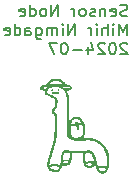
<source format=gbr>
%TF.GenerationSoftware,KiCad,Pcbnew,8.0.2*%
%TF.CreationDate,2024-07-16T14:47:51-07:00*%
%TF.ProjectId,sensor-node-rev-2s,73656e73-6f72-42d6-9e6f-64652d726576,rev?*%
%TF.SameCoordinates,Original*%
%TF.FileFunction,Legend,Bot*%
%TF.FilePolarity,Positive*%
%FSLAX46Y46*%
G04 Gerber Fmt 4.6, Leading zero omitted, Abs format (unit mm)*
G04 Created by KiCad (PCBNEW 8.0.2) date 2024-07-16 14:47:51*
%MOMM*%
%LPD*%
G01*
G04 APERTURE LIST*
%ADD10C,0.150000*%
%ADD11C,0.000000*%
G04 APERTURE END LIST*
D10*
X120360839Y-105302312D02*
X120217982Y-105349931D01*
X120217982Y-105349931D02*
X119979887Y-105349931D01*
X119979887Y-105349931D02*
X119884649Y-105302312D01*
X119884649Y-105302312D02*
X119837030Y-105254692D01*
X119837030Y-105254692D02*
X119789411Y-105159454D01*
X119789411Y-105159454D02*
X119789411Y-105064216D01*
X119789411Y-105064216D02*
X119837030Y-104968978D01*
X119837030Y-104968978D02*
X119884649Y-104921359D01*
X119884649Y-104921359D02*
X119979887Y-104873740D01*
X119979887Y-104873740D02*
X120170363Y-104826121D01*
X120170363Y-104826121D02*
X120265601Y-104778502D01*
X120265601Y-104778502D02*
X120313220Y-104730883D01*
X120313220Y-104730883D02*
X120360839Y-104635645D01*
X120360839Y-104635645D02*
X120360839Y-104540407D01*
X120360839Y-104540407D02*
X120313220Y-104445169D01*
X120313220Y-104445169D02*
X120265601Y-104397550D01*
X120265601Y-104397550D02*
X120170363Y-104349931D01*
X120170363Y-104349931D02*
X119932268Y-104349931D01*
X119932268Y-104349931D02*
X119789411Y-104397550D01*
X118979887Y-105302312D02*
X119075125Y-105349931D01*
X119075125Y-105349931D02*
X119265601Y-105349931D01*
X119265601Y-105349931D02*
X119360839Y-105302312D01*
X119360839Y-105302312D02*
X119408458Y-105207073D01*
X119408458Y-105207073D02*
X119408458Y-104826121D01*
X119408458Y-104826121D02*
X119360839Y-104730883D01*
X119360839Y-104730883D02*
X119265601Y-104683264D01*
X119265601Y-104683264D02*
X119075125Y-104683264D01*
X119075125Y-104683264D02*
X118979887Y-104730883D01*
X118979887Y-104730883D02*
X118932268Y-104826121D01*
X118932268Y-104826121D02*
X118932268Y-104921359D01*
X118932268Y-104921359D02*
X119408458Y-105016597D01*
X118503696Y-104683264D02*
X118503696Y-105349931D01*
X118503696Y-104778502D02*
X118456077Y-104730883D01*
X118456077Y-104730883D02*
X118360839Y-104683264D01*
X118360839Y-104683264D02*
X118217982Y-104683264D01*
X118217982Y-104683264D02*
X118122744Y-104730883D01*
X118122744Y-104730883D02*
X118075125Y-104826121D01*
X118075125Y-104826121D02*
X118075125Y-105349931D01*
X117646553Y-105302312D02*
X117551315Y-105349931D01*
X117551315Y-105349931D02*
X117360839Y-105349931D01*
X117360839Y-105349931D02*
X117265601Y-105302312D01*
X117265601Y-105302312D02*
X117217982Y-105207073D01*
X117217982Y-105207073D02*
X117217982Y-105159454D01*
X117217982Y-105159454D02*
X117265601Y-105064216D01*
X117265601Y-105064216D02*
X117360839Y-105016597D01*
X117360839Y-105016597D02*
X117503696Y-105016597D01*
X117503696Y-105016597D02*
X117598934Y-104968978D01*
X117598934Y-104968978D02*
X117646553Y-104873740D01*
X117646553Y-104873740D02*
X117646553Y-104826121D01*
X117646553Y-104826121D02*
X117598934Y-104730883D01*
X117598934Y-104730883D02*
X117503696Y-104683264D01*
X117503696Y-104683264D02*
X117360839Y-104683264D01*
X117360839Y-104683264D02*
X117265601Y-104730883D01*
X116646553Y-105349931D02*
X116741791Y-105302312D01*
X116741791Y-105302312D02*
X116789410Y-105254692D01*
X116789410Y-105254692D02*
X116837029Y-105159454D01*
X116837029Y-105159454D02*
X116837029Y-104873740D01*
X116837029Y-104873740D02*
X116789410Y-104778502D01*
X116789410Y-104778502D02*
X116741791Y-104730883D01*
X116741791Y-104730883D02*
X116646553Y-104683264D01*
X116646553Y-104683264D02*
X116503696Y-104683264D01*
X116503696Y-104683264D02*
X116408458Y-104730883D01*
X116408458Y-104730883D02*
X116360839Y-104778502D01*
X116360839Y-104778502D02*
X116313220Y-104873740D01*
X116313220Y-104873740D02*
X116313220Y-105159454D01*
X116313220Y-105159454D02*
X116360839Y-105254692D01*
X116360839Y-105254692D02*
X116408458Y-105302312D01*
X116408458Y-105302312D02*
X116503696Y-105349931D01*
X116503696Y-105349931D02*
X116646553Y-105349931D01*
X115884648Y-105349931D02*
X115884648Y-104683264D01*
X115884648Y-104873740D02*
X115837029Y-104778502D01*
X115837029Y-104778502D02*
X115789410Y-104730883D01*
X115789410Y-104730883D02*
X115694172Y-104683264D01*
X115694172Y-104683264D02*
X115598934Y-104683264D01*
X114503695Y-105349931D02*
X114503695Y-104349931D01*
X114503695Y-104349931D02*
X113932267Y-105349931D01*
X113932267Y-105349931D02*
X113932267Y-104349931D01*
X113313219Y-105349931D02*
X113408457Y-105302312D01*
X113408457Y-105302312D02*
X113456076Y-105254692D01*
X113456076Y-105254692D02*
X113503695Y-105159454D01*
X113503695Y-105159454D02*
X113503695Y-104873740D01*
X113503695Y-104873740D02*
X113456076Y-104778502D01*
X113456076Y-104778502D02*
X113408457Y-104730883D01*
X113408457Y-104730883D02*
X113313219Y-104683264D01*
X113313219Y-104683264D02*
X113170362Y-104683264D01*
X113170362Y-104683264D02*
X113075124Y-104730883D01*
X113075124Y-104730883D02*
X113027505Y-104778502D01*
X113027505Y-104778502D02*
X112979886Y-104873740D01*
X112979886Y-104873740D02*
X112979886Y-105159454D01*
X112979886Y-105159454D02*
X113027505Y-105254692D01*
X113027505Y-105254692D02*
X113075124Y-105302312D01*
X113075124Y-105302312D02*
X113170362Y-105349931D01*
X113170362Y-105349931D02*
X113313219Y-105349931D01*
X112122743Y-105349931D02*
X112122743Y-104349931D01*
X112122743Y-105302312D02*
X112217981Y-105349931D01*
X112217981Y-105349931D02*
X112408457Y-105349931D01*
X112408457Y-105349931D02*
X112503695Y-105302312D01*
X112503695Y-105302312D02*
X112551314Y-105254692D01*
X112551314Y-105254692D02*
X112598933Y-105159454D01*
X112598933Y-105159454D02*
X112598933Y-104873740D01*
X112598933Y-104873740D02*
X112551314Y-104778502D01*
X112551314Y-104778502D02*
X112503695Y-104730883D01*
X112503695Y-104730883D02*
X112408457Y-104683264D01*
X112408457Y-104683264D02*
X112217981Y-104683264D01*
X112217981Y-104683264D02*
X112122743Y-104730883D01*
X111265600Y-105302312D02*
X111360838Y-105349931D01*
X111360838Y-105349931D02*
X111551314Y-105349931D01*
X111551314Y-105349931D02*
X111646552Y-105302312D01*
X111646552Y-105302312D02*
X111694171Y-105207073D01*
X111694171Y-105207073D02*
X111694171Y-104826121D01*
X111694171Y-104826121D02*
X111646552Y-104730883D01*
X111646552Y-104730883D02*
X111551314Y-104683264D01*
X111551314Y-104683264D02*
X111360838Y-104683264D01*
X111360838Y-104683264D02*
X111265600Y-104730883D01*
X111265600Y-104730883D02*
X111217981Y-104826121D01*
X111217981Y-104826121D02*
X111217981Y-104921359D01*
X111217981Y-104921359D02*
X111694171Y-105016597D01*
X120313220Y-106959875D02*
X120313220Y-105959875D01*
X120313220Y-105959875D02*
X119979887Y-106674160D01*
X119979887Y-106674160D02*
X119646554Y-105959875D01*
X119646554Y-105959875D02*
X119646554Y-106959875D01*
X119170363Y-106959875D02*
X119170363Y-106293208D01*
X119170363Y-105959875D02*
X119217982Y-106007494D01*
X119217982Y-106007494D02*
X119170363Y-106055113D01*
X119170363Y-106055113D02*
X119122744Y-106007494D01*
X119122744Y-106007494D02*
X119170363Y-105959875D01*
X119170363Y-105959875D02*
X119170363Y-106055113D01*
X118694173Y-106959875D02*
X118694173Y-105959875D01*
X118265602Y-106959875D02*
X118265602Y-106436065D01*
X118265602Y-106436065D02*
X118313221Y-106340827D01*
X118313221Y-106340827D02*
X118408459Y-106293208D01*
X118408459Y-106293208D02*
X118551316Y-106293208D01*
X118551316Y-106293208D02*
X118646554Y-106340827D01*
X118646554Y-106340827D02*
X118694173Y-106388446D01*
X117789411Y-106959875D02*
X117789411Y-106293208D01*
X117789411Y-105959875D02*
X117837030Y-106007494D01*
X117837030Y-106007494D02*
X117789411Y-106055113D01*
X117789411Y-106055113D02*
X117741792Y-106007494D01*
X117741792Y-106007494D02*
X117789411Y-105959875D01*
X117789411Y-105959875D02*
X117789411Y-106055113D01*
X117313221Y-106959875D02*
X117313221Y-106293208D01*
X117313221Y-106483684D02*
X117265602Y-106388446D01*
X117265602Y-106388446D02*
X117217983Y-106340827D01*
X117217983Y-106340827D02*
X117122745Y-106293208D01*
X117122745Y-106293208D02*
X117027507Y-106293208D01*
X115932268Y-106959875D02*
X115932268Y-105959875D01*
X115932268Y-105959875D02*
X115360840Y-106959875D01*
X115360840Y-106959875D02*
X115360840Y-105959875D01*
X114884649Y-106959875D02*
X114884649Y-106293208D01*
X114884649Y-105959875D02*
X114932268Y-106007494D01*
X114932268Y-106007494D02*
X114884649Y-106055113D01*
X114884649Y-106055113D02*
X114837030Y-106007494D01*
X114837030Y-106007494D02*
X114884649Y-105959875D01*
X114884649Y-105959875D02*
X114884649Y-106055113D01*
X114408459Y-106959875D02*
X114408459Y-106293208D01*
X114408459Y-106388446D02*
X114360840Y-106340827D01*
X114360840Y-106340827D02*
X114265602Y-106293208D01*
X114265602Y-106293208D02*
X114122745Y-106293208D01*
X114122745Y-106293208D02*
X114027507Y-106340827D01*
X114027507Y-106340827D02*
X113979888Y-106436065D01*
X113979888Y-106436065D02*
X113979888Y-106959875D01*
X113979888Y-106436065D02*
X113932269Y-106340827D01*
X113932269Y-106340827D02*
X113837031Y-106293208D01*
X113837031Y-106293208D02*
X113694174Y-106293208D01*
X113694174Y-106293208D02*
X113598935Y-106340827D01*
X113598935Y-106340827D02*
X113551316Y-106436065D01*
X113551316Y-106436065D02*
X113551316Y-106959875D01*
X112646555Y-106293208D02*
X112646555Y-107102732D01*
X112646555Y-107102732D02*
X112694174Y-107197970D01*
X112694174Y-107197970D02*
X112741793Y-107245589D01*
X112741793Y-107245589D02*
X112837031Y-107293208D01*
X112837031Y-107293208D02*
X112979888Y-107293208D01*
X112979888Y-107293208D02*
X113075126Y-107245589D01*
X112646555Y-106912256D02*
X112741793Y-106959875D01*
X112741793Y-106959875D02*
X112932269Y-106959875D01*
X112932269Y-106959875D02*
X113027507Y-106912256D01*
X113027507Y-106912256D02*
X113075126Y-106864636D01*
X113075126Y-106864636D02*
X113122745Y-106769398D01*
X113122745Y-106769398D02*
X113122745Y-106483684D01*
X113122745Y-106483684D02*
X113075126Y-106388446D01*
X113075126Y-106388446D02*
X113027507Y-106340827D01*
X113027507Y-106340827D02*
X112932269Y-106293208D01*
X112932269Y-106293208D02*
X112741793Y-106293208D01*
X112741793Y-106293208D02*
X112646555Y-106340827D01*
X111741793Y-106959875D02*
X111741793Y-106436065D01*
X111741793Y-106436065D02*
X111789412Y-106340827D01*
X111789412Y-106340827D02*
X111884650Y-106293208D01*
X111884650Y-106293208D02*
X112075126Y-106293208D01*
X112075126Y-106293208D02*
X112170364Y-106340827D01*
X111741793Y-106912256D02*
X111837031Y-106959875D01*
X111837031Y-106959875D02*
X112075126Y-106959875D01*
X112075126Y-106959875D02*
X112170364Y-106912256D01*
X112170364Y-106912256D02*
X112217983Y-106817017D01*
X112217983Y-106817017D02*
X112217983Y-106721779D01*
X112217983Y-106721779D02*
X112170364Y-106626541D01*
X112170364Y-106626541D02*
X112075126Y-106578922D01*
X112075126Y-106578922D02*
X111837031Y-106578922D01*
X111837031Y-106578922D02*
X111741793Y-106531303D01*
X110837031Y-106959875D02*
X110837031Y-105959875D01*
X110837031Y-106912256D02*
X110932269Y-106959875D01*
X110932269Y-106959875D02*
X111122745Y-106959875D01*
X111122745Y-106959875D02*
X111217983Y-106912256D01*
X111217983Y-106912256D02*
X111265602Y-106864636D01*
X111265602Y-106864636D02*
X111313221Y-106769398D01*
X111313221Y-106769398D02*
X111313221Y-106483684D01*
X111313221Y-106483684D02*
X111265602Y-106388446D01*
X111265602Y-106388446D02*
X111217983Y-106340827D01*
X111217983Y-106340827D02*
X111122745Y-106293208D01*
X111122745Y-106293208D02*
X110932269Y-106293208D01*
X110932269Y-106293208D02*
X110837031Y-106340827D01*
X109979888Y-106912256D02*
X110075126Y-106959875D01*
X110075126Y-106959875D02*
X110265602Y-106959875D01*
X110265602Y-106959875D02*
X110360840Y-106912256D01*
X110360840Y-106912256D02*
X110408459Y-106817017D01*
X110408459Y-106817017D02*
X110408459Y-106436065D01*
X110408459Y-106436065D02*
X110360840Y-106340827D01*
X110360840Y-106340827D02*
X110265602Y-106293208D01*
X110265602Y-106293208D02*
X110075126Y-106293208D01*
X110075126Y-106293208D02*
X109979888Y-106340827D01*
X109979888Y-106340827D02*
X109932269Y-106436065D01*
X109932269Y-106436065D02*
X109932269Y-106531303D01*
X109932269Y-106531303D02*
X110408459Y-106626541D01*
X120360839Y-107665057D02*
X120313220Y-107617438D01*
X120313220Y-107617438D02*
X120217982Y-107569819D01*
X120217982Y-107569819D02*
X119979887Y-107569819D01*
X119979887Y-107569819D02*
X119884649Y-107617438D01*
X119884649Y-107617438D02*
X119837030Y-107665057D01*
X119837030Y-107665057D02*
X119789411Y-107760295D01*
X119789411Y-107760295D02*
X119789411Y-107855533D01*
X119789411Y-107855533D02*
X119837030Y-107998390D01*
X119837030Y-107998390D02*
X120408458Y-108569819D01*
X120408458Y-108569819D02*
X119789411Y-108569819D01*
X119170363Y-107569819D02*
X119075125Y-107569819D01*
X119075125Y-107569819D02*
X118979887Y-107617438D01*
X118979887Y-107617438D02*
X118932268Y-107665057D01*
X118932268Y-107665057D02*
X118884649Y-107760295D01*
X118884649Y-107760295D02*
X118837030Y-107950771D01*
X118837030Y-107950771D02*
X118837030Y-108188866D01*
X118837030Y-108188866D02*
X118884649Y-108379342D01*
X118884649Y-108379342D02*
X118932268Y-108474580D01*
X118932268Y-108474580D02*
X118979887Y-108522200D01*
X118979887Y-108522200D02*
X119075125Y-108569819D01*
X119075125Y-108569819D02*
X119170363Y-108569819D01*
X119170363Y-108569819D02*
X119265601Y-108522200D01*
X119265601Y-108522200D02*
X119313220Y-108474580D01*
X119313220Y-108474580D02*
X119360839Y-108379342D01*
X119360839Y-108379342D02*
X119408458Y-108188866D01*
X119408458Y-108188866D02*
X119408458Y-107950771D01*
X119408458Y-107950771D02*
X119360839Y-107760295D01*
X119360839Y-107760295D02*
X119313220Y-107665057D01*
X119313220Y-107665057D02*
X119265601Y-107617438D01*
X119265601Y-107617438D02*
X119170363Y-107569819D01*
X118456077Y-107665057D02*
X118408458Y-107617438D01*
X118408458Y-107617438D02*
X118313220Y-107569819D01*
X118313220Y-107569819D02*
X118075125Y-107569819D01*
X118075125Y-107569819D02*
X117979887Y-107617438D01*
X117979887Y-107617438D02*
X117932268Y-107665057D01*
X117932268Y-107665057D02*
X117884649Y-107760295D01*
X117884649Y-107760295D02*
X117884649Y-107855533D01*
X117884649Y-107855533D02*
X117932268Y-107998390D01*
X117932268Y-107998390D02*
X118503696Y-108569819D01*
X118503696Y-108569819D02*
X117884649Y-108569819D01*
X117027506Y-107903152D02*
X117027506Y-108569819D01*
X117265601Y-107522200D02*
X117503696Y-108236485D01*
X117503696Y-108236485D02*
X116884649Y-108236485D01*
X116503696Y-108188866D02*
X115741792Y-108188866D01*
X115075125Y-107569819D02*
X114979887Y-107569819D01*
X114979887Y-107569819D02*
X114884649Y-107617438D01*
X114884649Y-107617438D02*
X114837030Y-107665057D01*
X114837030Y-107665057D02*
X114789411Y-107760295D01*
X114789411Y-107760295D02*
X114741792Y-107950771D01*
X114741792Y-107950771D02*
X114741792Y-108188866D01*
X114741792Y-108188866D02*
X114789411Y-108379342D01*
X114789411Y-108379342D02*
X114837030Y-108474580D01*
X114837030Y-108474580D02*
X114884649Y-108522200D01*
X114884649Y-108522200D02*
X114979887Y-108569819D01*
X114979887Y-108569819D02*
X115075125Y-108569819D01*
X115075125Y-108569819D02*
X115170363Y-108522200D01*
X115170363Y-108522200D02*
X115217982Y-108474580D01*
X115217982Y-108474580D02*
X115265601Y-108379342D01*
X115265601Y-108379342D02*
X115313220Y-108188866D01*
X115313220Y-108188866D02*
X115313220Y-107950771D01*
X115313220Y-107950771D02*
X115265601Y-107760295D01*
X115265601Y-107760295D02*
X115217982Y-107665057D01*
X115217982Y-107665057D02*
X115170363Y-107617438D01*
X115170363Y-107617438D02*
X115075125Y-107569819D01*
X114408458Y-107569819D02*
X113741792Y-107569819D01*
X113741792Y-107569819D02*
X114170363Y-108569819D01*
D11*
%TO.C,G\u002A\u002A\u002A*%
G36*
X114060056Y-111527237D02*
G01*
X114073644Y-111566385D01*
X114055986Y-111611229D01*
X114029327Y-111632047D01*
X113983983Y-111632000D01*
X113943080Y-111594560D01*
X113932114Y-111559385D01*
X113955055Y-111522814D01*
X113982912Y-111504377D01*
X114026164Y-111503373D01*
X114060056Y-111527237D01*
G37*
G36*
X114568685Y-111501780D02*
G01*
X114597487Y-111536922D01*
X114600752Y-111567173D01*
X114585728Y-111611067D01*
X114568630Y-111627003D01*
X114533611Y-111641827D01*
X114497263Y-111627433D01*
X114470677Y-111586748D01*
X114469735Y-111536922D01*
X114485039Y-111511819D01*
X114525164Y-111493412D01*
X114568685Y-111501780D01*
G37*
G36*
X114068699Y-111740497D02*
G01*
X114160325Y-111760641D01*
X114220100Y-111775162D01*
X114289626Y-111786769D01*
X114345857Y-111786023D01*
X114405041Y-111773799D01*
X114457920Y-111761902D01*
X114522153Y-111759898D01*
X114555526Y-111782180D01*
X114561237Y-111829896D01*
X114550493Y-111865989D01*
X114520306Y-111890677D01*
X114459466Y-111911381D01*
X114435331Y-111917184D01*
X114339070Y-111928635D01*
X114238216Y-111925946D01*
X114142111Y-111911034D01*
X114060100Y-111885818D01*
X114001524Y-111852213D01*
X113975729Y-111812136D01*
X113973647Y-111791712D01*
X113980909Y-111754484D01*
X114010744Y-111737928D01*
X114068699Y-111740497D01*
G37*
G36*
X115163568Y-111074318D02*
G01*
X115164852Y-111076272D01*
X115193831Y-111090036D01*
X115251990Y-111106419D01*
X115328554Y-111122285D01*
X115371089Y-111130059D01*
X115474718Y-111152554D01*
X115548503Y-111176357D01*
X115601747Y-111205001D01*
X115643754Y-111242022D01*
X115676129Y-111294792D01*
X115685460Y-111380070D01*
X115683343Y-111387959D01*
X115658049Y-111482218D01*
X115638236Y-111519557D01*
X115584205Y-111572826D01*
X115501946Y-111609010D01*
X115384989Y-111631651D01*
X115337639Y-111638910D01*
X115285333Y-111653817D01*
X115272596Y-111670907D01*
X115304458Y-111743730D01*
X115339402Y-111829870D01*
X115368608Y-111913003D01*
X115392610Y-111997668D01*
X115411944Y-112088400D01*
X115427144Y-112189737D01*
X115438743Y-112306217D01*
X115447276Y-112442377D01*
X115453278Y-112602754D01*
X115457282Y-112791886D01*
X115459823Y-113014310D01*
X115461436Y-113274564D01*
X115462315Y-113452177D01*
X115463447Y-113640234D01*
X115464760Y-113792061D01*
X115466415Y-113911075D01*
X115468574Y-114000697D01*
X115471401Y-114064346D01*
X115475057Y-114105441D01*
X115479705Y-114127401D01*
X115485507Y-114133645D01*
X115492625Y-114127594D01*
X115501222Y-114112665D01*
X115512097Y-114092945D01*
X115582174Y-114001224D01*
X115669685Y-113927633D01*
X115761403Y-113883804D01*
X115801383Y-113874934D01*
X115896777Y-113863476D01*
X116007262Y-113858637D01*
X116118604Y-113860417D01*
X116216567Y-113868813D01*
X116286916Y-113883827D01*
X116334997Y-113904132D01*
X116451256Y-113979189D01*
X116556049Y-114081869D01*
X116638004Y-114201870D01*
X116684093Y-114307741D01*
X116708390Y-114363554D01*
X116764622Y-114555777D01*
X116801752Y-114761679D01*
X116816632Y-114967765D01*
X116816321Y-114979808D01*
X116812697Y-115120187D01*
X116789204Y-115282877D01*
X116743406Y-115416240D01*
X116673559Y-115524998D01*
X116577919Y-115613872D01*
X116510892Y-115663322D01*
X116878048Y-115651948D01*
X117156864Y-115652069D01*
X117406995Y-115672276D01*
X117628436Y-115714279D01*
X117825888Y-115779639D01*
X118004053Y-115869920D01*
X118167634Y-115986683D01*
X118321331Y-116131490D01*
X118436378Y-116265549D01*
X118584642Y-116488747D01*
X118699112Y-116734356D01*
X118780274Y-117003758D01*
X118828615Y-117298336D01*
X118844620Y-117619473D01*
X118843660Y-117644974D01*
X118836225Y-117842376D01*
X118805671Y-118069798D01*
X118761822Y-118231087D01*
X118753029Y-118263428D01*
X118678584Y-118422508D01*
X118582617Y-118546279D01*
X118465414Y-118633985D01*
X118432758Y-118648837D01*
X118327070Y-118672104D01*
X118208965Y-118671201D01*
X118094013Y-118647219D01*
X117997783Y-118601247D01*
X117931022Y-118546247D01*
X117843602Y-118439839D01*
X117767017Y-118299611D01*
X117726238Y-118193244D01*
X117935620Y-118193244D01*
X117975086Y-118269954D01*
X117978889Y-118277091D01*
X118024831Y-118346055D01*
X118078434Y-118407342D01*
X118116675Y-118437279D01*
X118207084Y-118474319D01*
X118303011Y-118477534D01*
X118391377Y-118445337D01*
X118423265Y-118421007D01*
X118471337Y-118370700D01*
X118511719Y-118314635D01*
X118536565Y-118264277D01*
X118538026Y-118231087D01*
X118537064Y-118229721D01*
X118505167Y-118209770D01*
X118446027Y-118187463D01*
X118373185Y-118166702D01*
X118300181Y-118151385D01*
X118240555Y-118145413D01*
X118207916Y-118147073D01*
X118134294Y-118155737D01*
X118054704Y-118169329D01*
X117935620Y-118193244D01*
X117726238Y-118193244D01*
X117698726Y-118121483D01*
X117630304Y-117912572D01*
X117581293Y-117984698D01*
X117558792Y-118012857D01*
X117478697Y-118079440D01*
X117375680Y-118135209D01*
X117263616Y-118173534D01*
X117156379Y-118187782D01*
X117147868Y-118187684D01*
X117022704Y-118166923D01*
X116898604Y-118114748D01*
X116792390Y-118038079D01*
X116787086Y-118032935D01*
X116722144Y-117942271D01*
X116679443Y-117830850D01*
X116906708Y-117830850D01*
X116907644Y-117866539D01*
X116947890Y-117909001D01*
X117025804Y-117956303D01*
X117041685Y-117963956D01*
X117104612Y-117987435D01*
X117154327Y-117996658D01*
X117213083Y-117985472D01*
X117286644Y-117957349D01*
X117355560Y-117920709D01*
X117401382Y-117883969D01*
X117405028Y-117879439D01*
X117415244Y-117856825D01*
X117398654Y-117838141D01*
X117348594Y-117814633D01*
X117344021Y-117812821D01*
X117280954Y-117797988D01*
X117197813Y-117790115D01*
X117107010Y-117788956D01*
X117020954Y-117794263D01*
X116952057Y-117805791D01*
X116912729Y-117823292D01*
X116906708Y-117830850D01*
X116679443Y-117830850D01*
X116673493Y-117815324D01*
X116640977Y-117651322D01*
X116624438Y-117449496D01*
X116624205Y-117371519D01*
X116816280Y-117371519D01*
X116821221Y-117481799D01*
X116827788Y-117555939D01*
X116835338Y-117613924D01*
X116845008Y-117643568D01*
X116859580Y-117652518D01*
X116881837Y-117648424D01*
X116920517Y-117639815D01*
X117002766Y-117629467D01*
X117100168Y-117623018D01*
X117198448Y-117620974D01*
X117283328Y-117623843D01*
X117340533Y-117632132D01*
X117346108Y-117633756D01*
X117405822Y-117652365D01*
X117449608Y-117667913D01*
X117475524Y-117674235D01*
X117493546Y-117661846D01*
X117506550Y-117622489D01*
X117518960Y-117548550D01*
X117519332Y-117545845D01*
X117517897Y-117458925D01*
X117497781Y-117351333D01*
X117463276Y-117237349D01*
X117418675Y-117131252D01*
X117368271Y-117047321D01*
X117352291Y-117026980D01*
X117287760Y-116961061D01*
X117217293Y-116921191D01*
X117129297Y-116902587D01*
X117012176Y-116900468D01*
X116983082Y-116901440D01*
X116842702Y-116906130D01*
X116824455Y-117103846D01*
X116822797Y-117123337D01*
X116816876Y-117243839D01*
X116816280Y-117371519D01*
X116624205Y-117371519D01*
X116623720Y-117209073D01*
X116631748Y-116916723D01*
X116159952Y-116916723D01*
X115688156Y-116916723D01*
X115687737Y-117080901D01*
X115684575Y-117197985D01*
X115666308Y-117387195D01*
X115633059Y-117554809D01*
X115598129Y-117658991D01*
X115586272Y-117694356D01*
X115527392Y-117799367D01*
X115499944Y-117829935D01*
X115417965Y-117892311D01*
X115315880Y-117945754D01*
X115208776Y-117983084D01*
X115111744Y-117997123D01*
X115081885Y-117996008D01*
X115006663Y-117985192D01*
X114949127Y-117966599D01*
X114890100Y-117936075D01*
X114852845Y-118056632D01*
X114819527Y-118140200D01*
X114788983Y-118216812D01*
X114704978Y-118348851D01*
X114604351Y-118446303D01*
X114489586Y-118506093D01*
X114489264Y-118506199D01*
X114418389Y-118518720D01*
X114320731Y-118522213D01*
X114210667Y-118517316D01*
X114102577Y-118504665D01*
X114010839Y-118484897D01*
X113963983Y-118468104D01*
X113849445Y-118404847D01*
X113745021Y-118319083D01*
X113666814Y-118223068D01*
X113660643Y-118212928D01*
X113630715Y-118156694D01*
X113618831Y-118120999D01*
X113837928Y-118120999D01*
X113855563Y-118152804D01*
X113874344Y-118176249D01*
X113945680Y-118231533D01*
X114044071Y-118278882D01*
X114158632Y-118312559D01*
X114165771Y-118314033D01*
X114301711Y-118331493D01*
X114409732Y-118321358D01*
X114494902Y-118282381D01*
X114562289Y-118213317D01*
X114589921Y-118173278D01*
X114603550Y-118140200D01*
X114588833Y-118117706D01*
X114543676Y-118092180D01*
X114540800Y-118090704D01*
X114415887Y-118046079D01*
X114270414Y-118030105D01*
X114100789Y-118042738D01*
X113903417Y-118083929D01*
X113884233Y-118089025D01*
X113845105Y-118103164D01*
X113837928Y-118120999D01*
X113618831Y-118120999D01*
X113612135Y-118100888D01*
X113601358Y-118031245D01*
X113594839Y-117933503D01*
X113593857Y-117909828D01*
X113593601Y-117814831D01*
X113600596Y-117720275D01*
X113616295Y-117619547D01*
X113642154Y-117506033D01*
X113679629Y-117373121D01*
X113730173Y-117214195D01*
X113795243Y-117022644D01*
X113807070Y-116988321D01*
X113939704Y-116567288D01*
X114045472Y-116154125D01*
X114129135Y-115730401D01*
X114155836Y-115566039D01*
X114197401Y-115268452D01*
X114228813Y-114982068D01*
X114249931Y-114711127D01*
X114260612Y-114459867D01*
X114260714Y-114232528D01*
X114250095Y-114033347D01*
X114228611Y-113866565D01*
X114196120Y-113736418D01*
X114192451Y-113726606D01*
X114149603Y-113651361D01*
X114091844Y-113587822D01*
X114033536Y-113526663D01*
X113987122Y-113431126D01*
X113979014Y-113326714D01*
X114009373Y-113219084D01*
X114078359Y-113113893D01*
X114139411Y-113033696D01*
X114205947Y-112903287D01*
X114244232Y-112754020D01*
X114257094Y-112577404D01*
X114257381Y-112525093D01*
X114255484Y-112455000D01*
X114246091Y-112401952D01*
X114223981Y-112360280D01*
X114183932Y-112324316D01*
X114120724Y-112288391D01*
X114029134Y-112246837D01*
X113903943Y-112193984D01*
X113877107Y-112182614D01*
X113711431Y-112106672D01*
X113583185Y-112035382D01*
X113488748Y-111965618D01*
X113424503Y-111894249D01*
X113386831Y-111818148D01*
X113372520Y-111736501D01*
X113576524Y-111736501D01*
X113610526Y-111804763D01*
X113685629Y-111868794D01*
X113732606Y-111894937D01*
X113808724Y-111932137D01*
X113903131Y-111975234D01*
X114005260Y-112019253D01*
X114155862Y-112085762D01*
X114270485Y-112146789D01*
X114353649Y-112207821D01*
X114410069Y-112274425D01*
X114444460Y-112352169D01*
X114461536Y-112446620D01*
X114466012Y-112563345D01*
X114455089Y-112715072D01*
X114423502Y-112870940D01*
X114374686Y-113015288D01*
X114312081Y-113138022D01*
X114239127Y-113229048D01*
X114215102Y-113255224D01*
X114184948Y-113323243D01*
X114196165Y-113392165D01*
X114248552Y-113457119D01*
X114294947Y-113501497D01*
X114342018Y-113564461D01*
X114378994Y-113641109D01*
X114406881Y-113736187D01*
X114426687Y-113854446D01*
X114439419Y-114000633D01*
X114446084Y-114179498D01*
X114447690Y-114395789D01*
X114436530Y-114797198D01*
X114385449Y-115374041D01*
X114293817Y-115947676D01*
X114162499Y-116513026D01*
X113992362Y-117065013D01*
X113969101Y-117132451D01*
X113900996Y-117339055D01*
X113847784Y-117516094D01*
X113809789Y-117662018D01*
X113787338Y-117775274D01*
X113780756Y-117854310D01*
X113790368Y-117897574D01*
X113816500Y-117903514D01*
X113828025Y-117899985D01*
X113878687Y-117888252D01*
X113954334Y-117873125D01*
X114043351Y-117856989D01*
X114117405Y-117845766D01*
X114282877Y-117835567D01*
X114430671Y-117851390D01*
X114572656Y-117894066D01*
X114613395Y-117909472D01*
X114661454Y-117925389D01*
X114682564Y-117929050D01*
X114684369Y-117925635D01*
X114692162Y-117889551D01*
X114701310Y-117823536D01*
X114710888Y-117737253D01*
X114714470Y-117699031D01*
X114904337Y-117699031D01*
X114907624Y-117706750D01*
X114937440Y-117733268D01*
X114988230Y-117763665D01*
X114998294Y-117768744D01*
X115063599Y-117796221D01*
X115118862Y-117802975D01*
X115179346Y-117788329D01*
X115260311Y-117751608D01*
X115299640Y-117730587D01*
X115354271Y-117690773D01*
X115367633Y-117658991D01*
X115340032Y-117635666D01*
X115271774Y-117621225D01*
X115163164Y-117616094D01*
X115124231Y-117617568D01*
X115044696Y-117628989D01*
X114974127Y-117648747D01*
X114923636Y-117673282D01*
X114904337Y-117699031D01*
X114714470Y-117699031D01*
X114719968Y-117640371D01*
X114727623Y-117542554D01*
X114732926Y-117453467D01*
X114734694Y-117391752D01*
X114925685Y-117391752D01*
X114926666Y-117460272D01*
X114932367Y-117495473D01*
X114946602Y-117506277D01*
X114973186Y-117501602D01*
X114998380Y-117495961D01*
X115062439Y-117485353D01*
X115137364Y-117475836D01*
X115219079Y-117472512D01*
X115344143Y-117494782D01*
X115371177Y-117503404D01*
X115420075Y-117513986D01*
X115443622Y-117511364D01*
X115449240Y-117493979D01*
X115459081Y-117440030D01*
X115469772Y-117361830D01*
X115480136Y-117270096D01*
X115488997Y-117175544D01*
X115495176Y-117088891D01*
X115497498Y-117020855D01*
X115497498Y-116901440D01*
X115386280Y-116888081D01*
X115310410Y-116880320D01*
X115188753Y-116875278D01*
X115098456Y-116882552D01*
X115044166Y-116901953D01*
X115018702Y-116938794D01*
X114992078Y-117007482D01*
X114966924Y-117097476D01*
X114945781Y-117198301D01*
X114931188Y-117299482D01*
X114925686Y-117390545D01*
X114925685Y-117391752D01*
X114734694Y-117391752D01*
X114734951Y-117382778D01*
X114735992Y-117339327D01*
X114747545Y-117214961D01*
X114769725Y-117087171D01*
X114799829Y-116967406D01*
X114835156Y-116867114D01*
X114873006Y-116797741D01*
X114905565Y-116759537D01*
X114941587Y-116730225D01*
X114986374Y-116709379D01*
X115045497Y-116696220D01*
X115124529Y-116689967D01*
X115229043Y-116689842D01*
X115364612Y-116695064D01*
X115536807Y-116704853D01*
X115696286Y-116713243D01*
X115972517Y-116721587D01*
X116273110Y-116723204D01*
X116606817Y-116718204D01*
X117224022Y-116703748D01*
X117335831Y-116759465D01*
X117348077Y-116765763D01*
X117434175Y-116823734D01*
X117509011Y-116902345D01*
X117574939Y-117005940D01*
X117634318Y-117138864D01*
X117689502Y-117305463D01*
X117742848Y-117510083D01*
X117751312Y-117545845D01*
X117770531Y-117627053D01*
X117802189Y-117759059D01*
X117826792Y-117856825D01*
X117827026Y-117857755D01*
X117846771Y-117927760D01*
X117863153Y-117973695D01*
X117877902Y-118000179D01*
X117892746Y-118011832D01*
X117909416Y-118013274D01*
X117929639Y-118009126D01*
X117946773Y-118005884D01*
X118008249Y-117998094D01*
X118092959Y-117990180D01*
X118187906Y-117983436D01*
X118203547Y-117982524D01*
X118303212Y-117978792D01*
X118376418Y-117981798D01*
X118436955Y-117992868D01*
X118498612Y-118013329D01*
X118608066Y-118055265D01*
X118621165Y-118010306D01*
X118630036Y-117965966D01*
X118639293Y-117878183D01*
X118645487Y-117767502D01*
X118648394Y-117644974D01*
X118647792Y-117521652D01*
X118643457Y-117408589D01*
X118635166Y-117316836D01*
X118629551Y-117276596D01*
X118580284Y-117020385D01*
X118510261Y-116795259D01*
X118416471Y-116594595D01*
X118295901Y-116411766D01*
X118145538Y-116240150D01*
X118014584Y-116121172D01*
X117877592Y-116027820D01*
X117724250Y-115955317D01*
X117541784Y-115896389D01*
X117500373Y-115885569D01*
X117440189Y-115872299D01*
X117379035Y-115863189D01*
X117308636Y-115857683D01*
X117220717Y-115855224D01*
X117107002Y-115855256D01*
X116959216Y-115857223D01*
X116781606Y-115860045D01*
X116558967Y-115863084D01*
X116371644Y-115864682D01*
X116215480Y-115864576D01*
X116086319Y-115862506D01*
X115980007Y-115858209D01*
X115892388Y-115851425D01*
X115819305Y-115841891D01*
X115756604Y-115829347D01*
X115700129Y-115813531D01*
X115645723Y-115794182D01*
X115589233Y-115771038D01*
X115548927Y-115751285D01*
X115443653Y-115678767D01*
X115348374Y-115586303D01*
X115278824Y-115488226D01*
X115270388Y-115472057D01*
X115255524Y-115438125D01*
X115245670Y-115400917D01*
X115240172Y-115352621D01*
X115238377Y-115285426D01*
X115239633Y-115191521D01*
X115243286Y-115063095D01*
X115244438Y-115018904D01*
X115246354Y-114911425D01*
X115248121Y-114769797D01*
X115249236Y-114649745D01*
X115571643Y-114649745D01*
X115572977Y-114867012D01*
X115573784Y-114919218D01*
X115588873Y-115131821D01*
X115622405Y-115311231D01*
X115673915Y-115454756D01*
X115691500Y-115489056D01*
X115723203Y-115532688D01*
X115766548Y-115560947D01*
X115836447Y-115585864D01*
X115907936Y-115605380D01*
X116034439Y-115621993D01*
X116151213Y-115608308D01*
X116272203Y-115563615D01*
X116341576Y-115528417D01*
X116453523Y-115454442D01*
X116533033Y-115369814D01*
X116584408Y-115267313D01*
X116611947Y-115139718D01*
X116619953Y-114979808D01*
X116619166Y-114943803D01*
X116612101Y-114847054D01*
X116599298Y-114744535D01*
X116582704Y-114648267D01*
X116564264Y-114570274D01*
X116545925Y-114522577D01*
X116545548Y-114522093D01*
X116519651Y-114519547D01*
X116464949Y-114527129D01*
X116392702Y-114543314D01*
X116314247Y-114566583D01*
X116268248Y-114588731D01*
X116257525Y-114609870D01*
X116257804Y-114610969D01*
X116263276Y-114648036D01*
X116269862Y-114713168D01*
X116276199Y-114792995D01*
X116280798Y-114869226D01*
X116277851Y-114920422D01*
X116260376Y-114943276D01*
X116222127Y-114945134D01*
X116156860Y-114933341D01*
X116114856Y-114920942D01*
X116094822Y-114895639D01*
X116090540Y-114843307D01*
X116087977Y-114796328D01*
X116077587Y-114728473D01*
X116062110Y-114668391D01*
X116044692Y-114627539D01*
X116028480Y-114617374D01*
X116012877Y-114621151D01*
X115961422Y-114627266D01*
X115884311Y-114633503D01*
X115791302Y-114638973D01*
X115571643Y-114649745D01*
X115249236Y-114649745D01*
X115249705Y-114599244D01*
X115251067Y-114405546D01*
X115613370Y-114405546D01*
X115615627Y-114440771D01*
X115621463Y-114446363D01*
X115646088Y-114453225D01*
X115693699Y-114455037D01*
X115770666Y-114451872D01*
X115883356Y-114443801D01*
X115926709Y-114439879D01*
X115964363Y-114431178D01*
X115975969Y-114412572D01*
X115971356Y-114376551D01*
X115970229Y-114370697D01*
X115969038Y-114333218D01*
X115989467Y-114308477D01*
X116040961Y-114283900D01*
X116122435Y-114250596D01*
X116154212Y-114323271D01*
X116160176Y-114336019D01*
X116186010Y-114375917D01*
X116207172Y-114387976D01*
X116227842Y-114381976D01*
X116280850Y-114368777D01*
X116350166Y-114352750D01*
X116404100Y-114338835D01*
X116453088Y-114321433D01*
X116471976Y-114307741D01*
X116469989Y-114298979D01*
X116445183Y-114260506D01*
X116399931Y-114209997D01*
X116344310Y-114157252D01*
X116288394Y-114112074D01*
X116242258Y-114084263D01*
X116240045Y-114083356D01*
X116163962Y-114064509D01*
X116063068Y-114055247D01*
X115953359Y-114056230D01*
X115850833Y-114068117D01*
X115791820Y-114088789D01*
X115720336Y-114144961D01*
X115714670Y-114152096D01*
X115681990Y-114206366D01*
X115651149Y-114275356D01*
X115626743Y-114346078D01*
X115613370Y-114405546D01*
X115251067Y-114405546D01*
X115251071Y-114404990D01*
X115252185Y-114192260D01*
X115253011Y-113966278D01*
X115253516Y-113732268D01*
X115253664Y-113495455D01*
X115253630Y-113387483D01*
X115253368Y-113138721D01*
X115252783Y-112927318D01*
X115251780Y-112749673D01*
X115250265Y-112602184D01*
X115248143Y-112481249D01*
X115245320Y-112383264D01*
X115241702Y-112304627D01*
X115237194Y-112241737D01*
X115231702Y-112190991D01*
X115225130Y-112148786D01*
X115217386Y-112111520D01*
X115162177Y-111924921D01*
X115077007Y-111744108D01*
X114967556Y-111597767D01*
X114832917Y-111485163D01*
X114672184Y-111405560D01*
X114484449Y-111358223D01*
X114268807Y-111342418D01*
X114103109Y-111350462D01*
X113936451Y-111382050D01*
X113798979Y-111438576D01*
X113687208Y-111521109D01*
X113631851Y-111580801D01*
X113583630Y-111662387D01*
X113576524Y-111736501D01*
X113372520Y-111736501D01*
X113372114Y-111734186D01*
X113369135Y-111702931D01*
X113353094Y-111666643D01*
X113315513Y-111650837D01*
X113302695Y-111648242D01*
X113159286Y-111610965D01*
X113055297Y-111566012D01*
X112988479Y-111512430D01*
X112979187Y-111500849D01*
X112947402Y-111450757D01*
X112934946Y-111412470D01*
X112936389Y-111403588D01*
X113177815Y-111403588D01*
X113230775Y-111424304D01*
X113237902Y-111426938D01*
X113298749Y-111444039D01*
X113368473Y-111457762D01*
X113406651Y-111462104D01*
X113448208Y-111457419D01*
X113488391Y-111434354D01*
X113542424Y-111386691D01*
X113584580Y-111346154D01*
X113608832Y-111317760D01*
X113607064Y-111305511D01*
X113593662Y-111304081D01*
X114927696Y-111304081D01*
X114942360Y-111317760D01*
X114953985Y-111328604D01*
X115010994Y-111371727D01*
X115041863Y-111393986D01*
X115101521Y-111429763D01*
X115154472Y-111445591D01*
X115217873Y-111447778D01*
X115296635Y-111444029D01*
X115386430Y-111434762D01*
X115444002Y-111420230D01*
X115475414Y-111399291D01*
X115482701Y-111387959D01*
X115475904Y-111367836D01*
X115433170Y-111348151D01*
X115376590Y-111333226D01*
X115291552Y-111317176D01*
X115193767Y-111302564D01*
X115096792Y-111291189D01*
X115014185Y-111284847D01*
X114959500Y-111285338D01*
X114952611Y-111286227D01*
X114928460Y-111292006D01*
X114927696Y-111304081D01*
X113593662Y-111304081D01*
X113582388Y-111302878D01*
X113515765Y-111308255D01*
X113421090Y-111324643D01*
X113325323Y-111347814D01*
X113248896Y-111373445D01*
X113177815Y-111403588D01*
X112936389Y-111403588D01*
X112941509Y-111372071D01*
X112984919Y-111300361D01*
X113067167Y-111236994D01*
X113186243Y-111183319D01*
X113340136Y-111140683D01*
X113410939Y-111125015D01*
X113465814Y-111109034D01*
X113498305Y-111089752D01*
X113513749Y-111067732D01*
X113739199Y-111067732D01*
X113745099Y-111079547D01*
X113776272Y-111086269D01*
X113802781Y-111084745D01*
X113866838Y-111082485D01*
X113961702Y-111079757D01*
X114081345Y-111076724D01*
X114219739Y-111073544D01*
X114370857Y-111070381D01*
X114928370Y-111059258D01*
X114868689Y-111002137D01*
X114850161Y-110985184D01*
X114762304Y-110923905D01*
X114656913Y-110881118D01*
X114526199Y-110854347D01*
X114362374Y-110841114D01*
X114276625Y-110839147D01*
X114117833Y-110846385D01*
X113990704Y-110870413D01*
X113889760Y-110912547D01*
X113809523Y-110974105D01*
X113788321Y-110996396D01*
X113753110Y-111039949D01*
X113739199Y-111067732D01*
X113513749Y-111067732D01*
X113518777Y-111060564D01*
X113537594Y-111014868D01*
X113553138Y-110979889D01*
X113622861Y-110876423D01*
X113717959Y-110784153D01*
X113826024Y-110715939D01*
X113958236Y-110668655D01*
X114125466Y-110637758D01*
X114305035Y-110628604D01*
X114486820Y-110640478D01*
X114660697Y-110672663D01*
X114816542Y-110724442D01*
X114944232Y-110795097D01*
X114956717Y-110804701D01*
X115017646Y-110863060D01*
X115079922Y-110936985D01*
X115132308Y-111012172D01*
X115155993Y-111059258D01*
X115163568Y-111074318D01*
G37*
%TD*%
M02*

</source>
